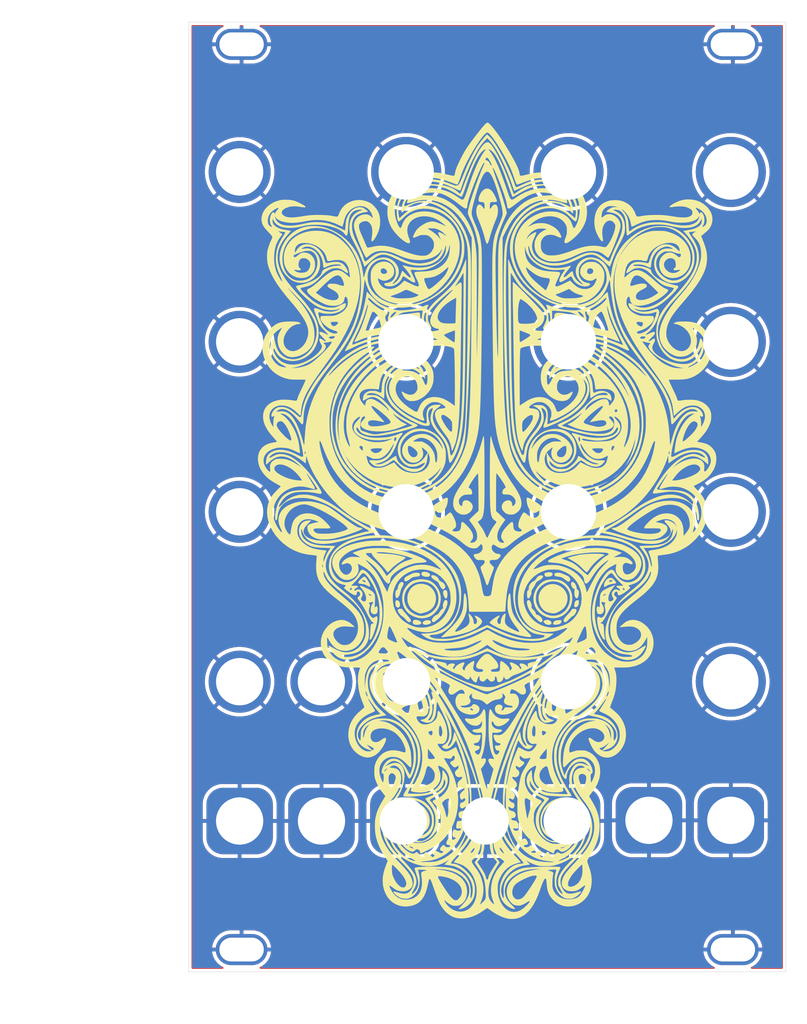
<source format=kicad_pcb>
(kicad_pcb (version 20211014) (generator pcbnew)
  (layers (0 "F.Cu" signal) (31 "B.Cu" signal) (34 "B.Paste" user) (35 "F.Paste" user) (36 "B.SilkS" user "B.Silkscreen") (37 "F.SilkS" user "F.Silkscreen") (38 "B.Mask" user) (39 "F.Mask" user) (44 "Edge.Cuts" user))
  (net 0 "")
  (net 1 "GND")
  (footprint "europi:MountingHole_7.5mm" (layer "F.Cu") (at 70 68.91)
    (fp_text reference "REF**" hide)
    (fp_text value "7.5mm")
    (pad "" thru_hole circle (at 0 0) (size 9.5 9.5) (drill 7.5) (layers *.Cu *.Mask) (net 1 "GND"))
  )
  (footprint "kibuzzard-63315001" (layer "F.Cu") (at 70.025077 53.92)
    (fp_text reference "kibuzzard-63315001" hide)
    (fp_text value "G***" hide)
  )
  (footprint "kibuzzard-6344E0B4" (layer "F.Cu") (at 102 35.761388)
    (fp_text reference "kibuzzard-6344E0B4" hide)
    (fp_text value "G***" hide)
  )
  (footprint "europi:MountingHole_7.5mm" (layer "F.Cu") (at 92.011865 68.91)
    (fp_text reference "REF**" hide)
    (fp_text value "7.5mm")
    (pad "" thru_hole circle (at 0 0) (size 9.5 9.5) (drill 7.5) (layers *.Cu *.Mask) (net 1 "GND"))
  )
  (footprint "europi:MountingHole_7.5mm" (layer "F.Cu") (at 114 68.91)
    (fp_text reference "REF**" hide)
    (fp_text value "7.5mm")
    (pad "" thru_hole circle (at 0 0) (size 9.5 9.5) (drill 7.5) (layers *.Cu *.Mask) (net 1 "GND"))
  )
  (footprint "kibuzzard-63316B8B" (layer "F.Cu") (at 102.910673 141.53109)
    (fp_text reference "kibuzzard-63316B8B" hide)
    (fp_text value "G***" hide)
  )
  (footprint "MountingHole:MountingHole_6.4mm_M6_Pad" (layer "F.Cu") (at 70.074142 114.899332)
    (fp_text reference "H2" hide)
    (fp_text value "J1")
    (pad "1" thru_hole circle (at 0 0) (size 8.4 8.4) (drill 6.4) (layers *.Cu *.Mask) (net 1 "GND"))
  )
  (footprint "kibuzzard-63314E2C" (layer "F.Cu") (at 81 151.15)
    (fp_text reference "kibuzzard-63314E2C" hide)
    (fp_text value "G***" hide)
  )
  (footprint "europi:MountingHole_7.5mm" (layer "F.Cu") (at 92.011865 91.91)
    (fp_text reference "REF**" hide)
    (fp_text value "7.5mm")
    (pad "" thru_hole circle (at 0 0) (size 9.5 9.5) (drill 7.5) (layers *.Cu *.Mask) (net 1 "GND"))
  )
  (footprint "kibuzzard-63316C3B" (layer "F.Cu") (at 47.464058 122.638967)
    (fp_text reference "kibuzzard-63316C3B" hide)
    (fp_text value "G***" hide)
  )
  (footprint "kibuzzard-63315065" (layer "F.Cu") (at 114 53.92)
    (fp_text reference "kibuzzard-63315065" hide)
    (fp_text value "G***" hide)
  )
  (footprint "kibuzzard-63316AE2" (layer "F.Cu") (at 58.553381 141.56919)
    (fp_text reference "kibuzzard-63316AE2" hide)
    (fp_text value "G***" hide)
  )
  (footprint "custom:eurorack_output_panel" (layer "F.Cu") (at 102.910673 133.66)
    (fp_text reference "xor" hide)
    (fp_text value "Jack_Output" hide)
    (pad "1" thru_hole roundrect (at 0 0) (size 9 9) (drill 6.4) (layers *.Cu *.Mask) (net 1 "GND"))
  )
  (footprint "kibuzzard-633179B8" (layer "F.Cu") (at 70.025077 99.6814)
    (fp_text reference "kibuzzard-633179B8" hide)
    (fp_text value "G***" hide)
  )
  (footprint "kibuzzard-6331894F" (layer "F.Cu") (at 114.001265 122.905343)
    (fp_text reference "kibuzzard-6331894F" hide)
    (fp_text value "G***" hide)
  )
  (footprint "europi:MountingHole_7.5mm" (layer "F.Cu") (at 70.025077 91.91)
    (fp_text reference "REF**" hide)
    (fp_text value "7.5mm")
    (pad "" thru_hole circle (at 0 0) (size 9.5 9.5) (drill 7.5) (layers *.Cu *.Mask) (net 1 "GND"))
  )
  (footprint "kibuzzard-63314DB9" (layer "F.Cu") (at 47.464058 99.6814)
    (fp_text reference "kibuzzard-63314DB9" hide)
    (fp_text value "G***" hide)
  )
  (footprint "custom:eurorack_output_panel" (layer "F.Cu") (at 47.464058 133.75)
    (fp_text reference "tri x" hide)
    (fp_text value "Jack_Output" hide)
    (pad "1" thru_hole roundrect (at 0 0) (size 9 9) (drill 6.4) (layers *.Cu *.Mask) (net 1 "GND"))
  )
  (footprint "kibuzzard-6344DFC0" (layer "F.Cu") (at 80.990059 34.37)
    (fp_text reference "kibuzzard-6344DFC0" hide)
    (fp_text value "G***" hide)
    (fp_poly (pts (xy 6.686801 1.646411) (xy 9.163394 1.646411) (xy 9.163394 2.504498) (xy 5.724069 2.504498) (xy 5.724069 -2.504498) (xy 6.686801 -2.504498) (xy 6.686801 1.646411)) (layer "F.Cu") (width 0) (fill solid))
    (fp_poly (pts (xy -1.587112 0.345328) (xy -1.587112 1.646411) (xy -0.013953 1.646411) (xy -0.013953 -2.504498) (xy 0.889481 -2.504498) (xy 0.889481 2.504498) (xy -2.549844 2.504498) (xy -2.549844 0.345328) (xy -1.587112 0.345328)) (layer "F.Cu") (width 0) (fill solid))
    (fp_poly (pts (xy -11.52139 -2.504498) (xy -11.52139 -0.60694) (xy -11.943457 0.017441) (xy -11.52139 0.645309) (xy -11.52139 2.504498) (xy -13.997983 2.504498) (xy -13.997983 -0.408115) (xy -12.424823 -0.408115) (xy -12.424823 -1.646411) (xy -13.997983 -1.646411) (xy -13.997983 -0.408115) (xy -13.997983 2.504498) (xy -13.997983 1.646411) (xy -12.424823 1.646411) (xy -12.424823 0.408115) (xy -13.997983 0.408115) (xy -13.997983 1.646411) (xy -13.997983 2.504498) (xy -14.960715 2.504498) (xy -14.960715 -2.504498) (xy -11.52139 -2.504498)) (layer "F.Cu") (width 0) (fill solid))
    (fp_poly (pts (xy 10.823758 2.504498) (xy 9.861026 2.504498) (xy 9.861026 -2.504498) (xy 10.823758 -2.504498) (xy 10.823758 2.504498)) (layer "F.Cu") (width 0) (fill solid))
    (fp_poly (pts (xy 12.484122 2.504498) (xy 11.52139 2.504498) (xy 11.52139 -2.504498) (xy 12.484122 -2.504498) (xy 14.057281 0.30347) (xy 14.057281 -2.504498) (xy 14.960715 -2.504498) (xy 14.960715 2.504498) (xy 14.057281 2.504498) (xy 12.484122 -0.387186) (xy 12.484122 2.504498)) (layer "F.Cu") (width 0) (fill solid))
    (fp_poly (pts (xy -9.861026 -1.646411) (xy -9.861026 -0.408115) (xy -7.384433 -0.408115) (xy -7.384433 0.408115) (xy -9.861026 0.408115) (xy -9.861026 1.646411) (xy -7.384433 1.646411) (xy -7.384433 2.504498) (xy -10.823758 2.504498) (xy -10.823758 -2.504498) (xy -7.384433 -2.504498) (xy -7.384433 -1.646411) (xy -9.861026 -1.646411)) (layer "F.Cu") (width 0) (fill solid))
    (fp_poly (pts (xy 5.026437 -2.504498) (xy 5.026437 2.504498) (xy 2.549844 2.504498) (xy 2.549844 1.646411) (xy 4.123004 1.646411) (xy 4.123004 -1.646411) (xy 2.549844 -1.646411) (xy 2.549844 1.646411) (xy 2.549844 2.504498) (xy 1.587112 2.504498) (xy 1.587112 -2.504498) (xy 5.026437 -2.504498)) (layer "F.Cu") (width 0) (fill solid))
    (fp_poly (pts (xy -5.724069 2.504498) (xy -6.686801 2.504498) (xy -6.686801 -2.504498) (xy -5.724069 -2.504498) (xy -4.150909 0.30347) (xy -4.150909 -2.504498) (xy -3.247476 -2.504498) (xy -3.247476 2.504498) (xy -4.150909 2.504498) (xy -5.724069 -0.387186) (xy -5.724069 2.504498)) (layer "F.Cu") (width 0) (fill solid))
  )
  (footprint "kibuzzard-63316B31" (layer "F.Cu") (at 69.642704 141.56919)
    (fp_text reference "kibuzzard-63316B31" hide)
    (fp_text value "G***" hide)
  )
  (footprint "kibuzzard-63314FEA" (layer "F.Cu") (at 92.011865 53.92)
    (fp_text reference "kibuzzard-63314FEA" hide)
    (fp_text value "G***" hide)
  )
  (footprint "europi:MountingHole_7.5mm" (layer "F.Cu") (at 92.011865 45.92)
    (fp_text reference "REF**" hide)
    (fp_text value "7.5mm")
    (pad "" thru_hole circle (at 0 0) (size 9.5 9.5) (drill 7.5) (layers *.Cu *.Mask) (net 1 "GND"))
  )
  (footprint "kibuzzard-633189D3" (layer "F.Cu") (at 47.464058 107.556133)
    (fp_text reference "kibuzzard-633189D3" hide)
    (fp_text value "G***" hide)
  )
  (footprint "benjiaomodular:MountingHole_M3" (layer "F.Cu") (at 114.279479 28.65)
    (fp_text reference "REF**" hide)
    (fp_text value "MountingHole_M3" hide)
    (pad "" thru_hole oval locked (at 0 0) (size 7 4.2) (drill oval 6 3.2) (layers *.Cu *.Mask) (net 1 "GND"))
    (pad "" thru_hole oval locked (at 0 0) (size 7 4.2) (drill oval 6 3.2) (layers *.Cu *.Mask) (net 1 "GND"))
  )
  (footprint "kibuzzard-63314DB9" (layer "F.Cu") (at 47.464058 53.92)
    (fp_text reference "kibuzzard-63314DB9" hide)
    (fp_text value "G***" hide)
  )
  (footprint "kibuzzard-633190EE" (layer "F.Cu") (at 92.011865 77.1767)
    (fp_text reference "kibuzzard-633190EE" hide)
    (fp_text value "G***" hide)
  )
  (footprint "kibuzzard-63318A77" (layer "F.Cu") (at 77.78748 29.378058)
    (fp_text reference "kibuzzard-63318A77" hide)
    (fp_text value "G***" hide)
  )
  (footprint "kibuzzard-633212FE" (layer "F.Cu") (at 70.025077 106.296004)
    (fp_text reference "kibuzzard-633212FE" hide)
    (fp_text value "G***" hide)
  )
  (footprint "kibuzzard-633212F0" (layer "F.Cu") (at 70.074142 122.905343)
    (fp_text reference "kibuzzard-633212F0" hide)
    (fp_text value "G***" hide)
  )
  (footprint "MountingHole:MountingHole_6.4mm_M6_Pad" (layer "F.Cu") (at 47.464058 91.91)
    (fp_text reference "H2" hide)
    (fp_text value "J1")
    (pad "1" thru_hole circle (at 0 0) (size 8.4 8.4) (drill 6.4) (layers *.Cu *.Mask) (net 1 "GND"))
  )
  (footprint "europi:MountingHole_7.5mm" (layer "F.Cu") (at 114 114.899332)
    (fp_text reference "REF**" hide)
    (fp_text value "7.5mm" hide)
    (pad "" thru_hole circle (at 0 0) (size 9.5 9.5) (drill 7.5) (layers *.Cu *.Mask) (net 1 "GND"))
  )
  (footprint "MountingHole:MountingHole_6.4mm_M6_Pad" (layer "F.Cu") (at 47.464058 68.91)
    (fp_text reference "H2" hide)
    (fp_text value "J1")
    (pad "1" thru_hole circle (at 0 0) (size 8.4 8.4) (drill 6.4) (layers *.Cu *.Mask) (net 1 "GND"))
  )
  (footprint "benjiaomodular:MountingHole_M3" (layer "F.Cu") (at 47.726 28.65)
    (fp_text reference "REF**" hide)
    (fp_text value "MountingHole_M3" hide)
    (pad "" thru_hole oval locked (at 0 0) (size 7 4.2) (drill oval 6 3.2) (layers *.Cu *.Mask) (net 1 "GND"))
    (pad "" thru_hole oval locked (at 0 0) (size 7 4.2) (drill oval 6 3.2) (layers *.Cu *.Mask) (net 1 "GND"))
  )
  (footprint "kibuzzard-63319104" (layer "F.Cu") (at 114.001265 99.91)
    (fp_text reference "kibuzzard-63319104" hide)
    (fp_text value "G***" hide)
  )
  (footprint "kibuzzard-6331910F" (layer "F.Cu") (at 92.011865 99.9481)
    (fp_text reference "kibuzzard-6331910F" hide)
    (fp_text value "G***" hide)
  )
  (footprint "europi:MountingHole_7.5mm" (layer "F.Cu") (at 70.025077 45.92)
    (fp_text reference "REF**" hide)
    (fp_text value "7.5mm")
    (pad "" thru_hole circle (at 0 0) (size 9.5 9.5) (drill 7.5) (layers *.Cu *.Mask) (net 1 "GND"))
  )
  (footprint "benjiaomodular:MountingHole_M3" (layer "F.Cu") (at 47.726 151.15)
    (fp_text reference "REF**" hide)
    (fp_text value "MountingHole_M3" hide)
    (pad "" thru_hole oval locked (at 0 0) (size 7 4.2) (drill oval 6 3.2) (layers *.Cu *.Mask) (net 1 "GND"))
    (pad "" thru_hole oval locked (at 0 0) (size 7 4.2) (drill oval 6 3.2) (layers *.Cu *.Mask) (net 1 "GND"))
  )
  (footprint "custom:eurorack_output_panel" (layer "F.Cu") (at 80.732027 133.75)
    (fp_text reference "pulse y" hide)
    (fp_text value "Jack_Output" hide)
    (pad "1" thru_hole roundrect (at 0 0) (size 9 9) (drill 6.4) (layers *.Cu *.Mask) (net 1 "GND"))
  )
  (footprint "kibuzzard-633190F9" (layer "F.Cu") (at 114.001265 76.91)
    (fp_text reference "kibuzzard-633190F9" hide)
    (fp_text value "G***" hide)
  )
  (footprint "kibuzzard-63316B55" (layer "F.Cu") (at 80.732027 141.56919)
    (fp_text reference "kibuzzard-63316B55" hide)
    (fp_text value "G***" hide)
  )
  (footprint "kibuzzard-63316CDD" (layer "F.Cu") (at 58.537786 107.939514)
    (fp_text reference "kibuzzard-63316CDD" hide)
    (fp_text value "G***" hide)
  )
  (footprint "kibuzzard-63316B77" (layer "F.Cu") (at 91.82135 141.79779)
    (fp_text reference "kibuzzard-63316B77" hide)
    (fp_text value "G***" hide)
  )
  (footprint "MountingHole:MountingHole_6.4mm_M6_Pad" (layer "F.Cu") (at 47.464058 45.92)
    (fp_text reference "H2" hide)
    (fp_text value "J1")
    (pad "1" thru_hole circle (at 0 0) (size 8.4 8.4) (drill 6.4) (layers *.Cu *.Mask) (net 1 "GND"))
  )
  (footprint "LOGO" (layer "F.Cu") (at 80.99 93.12)
    (fp_text reference "G***" hide)
    (fp_text value "LOGO" hide)
  )
  (footprint "kibuzzard-63316AC2" (layer "F.Cu") (at 47.464058 141.30249)
    (fp_text reference "kibuzzard-63316AC2" hide)
    (fp_text value "G***" hide)
  )
  (footprint "custom:eurorack_output_panel" (layer "F.Cu") (at 69.642704 133.75)
    (fp_text reference "tri y" hide)
    (fp_text value "Jack_Output" hide)
    (pad "1" thru_hole roundrect (at 0 0) (size 9 9) (drill 6.4) (layers *.Cu *.Mask) (net 1 "GND"))
  )
  (footprint "europi:MountingHole_7.5mm" (layer "F.Cu") (at 92.01 114.899332)
    (fp_text reference "REF**" hide)
    (fp_text value "7.5mm")
    (pad "" thru_hole circle (at 0 0) (size 9.5 9.5) (drill 7.5) (layers *.Cu *.Mask) (net 1 "GND"))
  )
  (footprint "kibuzzard-63316B9F" (layer "F.Cu") (at 114 141.30249)
    (fp_text reference "kibuzzard-63316B9F" hide)
    (fp_text value "G***" hide)
  )
  (footprint "custom:eurorack_output_panel" (layer "F.Cu") (at 114 133.66)
    (fp_text reference "out" hide)
    (fp_text value "Jack_Output" hide)
    (pad "1" thru_hole roundrect (at 0 0) (size 9 9) (drill 6.4) (layers *.Cu *.Mask) (net 1 "GND"))
  )
  (footprint "kibuzzard-633190E2" (layer "F.Cu") (at 70.025077 76.9481)
    (fp_text reference "kibuzzard-633190E2" hide)
    (fp_text value "G***" hide)
  )
  (footprint "kibuzzard-63316CE9" (layer "F.Cu") (at 58.537786 122.265587)
    (fp_text reference "kibuzzard-63316CE9" hide)
    (fp_text value "G***" hide)
  )
  (footprint "kibuzzard-63314348" (layer "F.Cu") (at 92.011865 123.172043)
    (fp_text reference "kibuzzard-63314348" hide)
    (fp_text value "G***" hide)
  )
  (footprint "custom:eurorack_output_panel" (layer "F.Cu") (at 91.82135 133.75)
    (fp_text reference "pwm" hide)
    (fp_text value "Jack_Output" hide)
    (pad "1" thru_hole roundrect (at 0 0) (size 9 9) (drill 6.4) (layers *.Cu *.Mask) (net 1 "GND"))
  )
  (footprint "kibuzzard-63314DB9" (layer "F.Cu") (at 47.464058 76.6814)
    (fp_text reference "kibuzzard-63314DB9" hide)
    (fp_text value "G***" hide)
  )
  (footprint "benjiaomodular:MountingHole_M3" (layer "F.Cu") (at 114.279479 151.15)
    (fp_text reference "REF**" hide)
    (fp_text value "MountingHole_M3" hide)
    (pad "" thru_hole oval locked (at 0 0) (size 7 4.2) (drill oval 6 3.2) (layers *.Cu *.Mask) (net 1 "GND"))
    (pad "" thru_hole oval locked (at 0 0) (size 7 4.2) (drill oval 6 3.2) (layers *.Cu *.Mask) (net 1 "GND"))
  )
  (footprint "custom:eurorack_output_panel" (layer "F.Cu") (at 58.553381 133.75)
    (fp_text reference "pulse x" hide)
    (fp_text value "Jack_Output" hide)
    (pad "1" thru_hole roundrect (at 0 0) (size 9 9) (drill 6.4) (layers *.Cu *.Mask) (net 1 "GND"))
  )
  (footprint "kibuzzard-6336D2B0" (layer "F.Cu") (at 80.990059 34.37)
    (fp_text reference "kibuzzard-6336D2B0" hide)
    (fp_text value "G***" hide)
  )
  (footprint "MountingHole:MountingHole_6.4mm_M6_Pad" (layer "F.Cu") (at 58.537786 114.899332)
    (fp_text reference "H2" hide)
    (fp_text value "J1")
    (pad "1" thru_hole circle (at 0 0) (size 8.4 8.4) (drill 6.4) (layers *.Cu *.Mask) (net 1 "GND"))
  )
  (footprint "kibuzzard-6344E102" (layer "F.Cu") (at 99 33)
    (fp_text reference "kibuzzard-6344E102" hide)
    (fp_text value "G***" hide)
  )
  (footprint "europi:MountingHole_7.5mm" (layer "F.Cu") (at 114 91.91)
    (fp_text reference "REF**" hide)
    (fp_text value "7.5mm")
    (pad "" thru_hole circle (at 0 0) (size 9.5 9.5) (drill 7.5) (layers *.Cu *.Mask) (net 1 "GND"))
  )
  (footprint "MountingHole:MountingHole_6.4mm_M6_Pad" (layer "F.Cu") (at 47.464058 114.899332)
    (fp_text reference "H2" hide)
    (fp_text value "J1")
    (pad "1" thru_hole circle (at 0 0) (size 8.4 8.4) (drill 6.4) (layers *.Cu *.Mask) (net 1 "GND"))
  )
  (footprint "europi:MountingHole_7.5mm" (layer "F.Cu") (at 114 45.92)
    (fp_text reference "REF**" hide)
    (fp_text value "7.5mm")
    (pad "" thru_hole circle (at 0 0) (size 9.5 9.5) (drill 7.5) (layers *.Cu *.Mask) (net 1 "GND"))
  )
  (gr_line (start 121.45 154.15) (end 40.55 154.15) (layer "Edge.Cuts") (width 0.05))
  (gr_line (start 121.45 25.65) (end 121.45 154.15) (layer "Edge.Cuts") (width 0.05))
  (gr_line (start 40.55 154.15) (end 40.55 25.65) (layer "Edge.Cuts") (width 0.05))
  (gr_line (start 121.45 25.65) (end 40.55 25.65) (layer "Edge.Cuts") (width 0.05))
  (segment (start 43.8204 151.15) (end 47.726 151.15) (width 0.25) (layer "F.Cu") (net 1))
  (segment (start 41.3512 153.6192) (end 43.8204 151.15) (width 0.25) (layer "F.Cu") (net 1))
  (zone (net 1) (net_name "GND") (layer "F.Cu") (connect_pads (clearance 0.4)) (min_thickness 0.254) (fill yes (thermal_gap 0.508) (thermal_bridge_width 0.508))
    (polygon (pts (xy 122.370778 155.475647) (xy 16.546863 155.149906) (xy 16.552409 23.649918) (xy 122.876324 23.775659)))
  )
  (zone (net 1) (net_name "GND") (layer "B.Cu") (connect_pads (clearance 0.508)) (min_thickness 0.254) (fill yes (thermal_gap 0.508) (thermal_bridge_width 0.508))
    (polygon (pts (xy 123.9171 156.415324) (xy 15.000208 155.999817) (xy 15.007097 22.649818) (xy 124.323989 22.715338)))
  )
)
</source>
